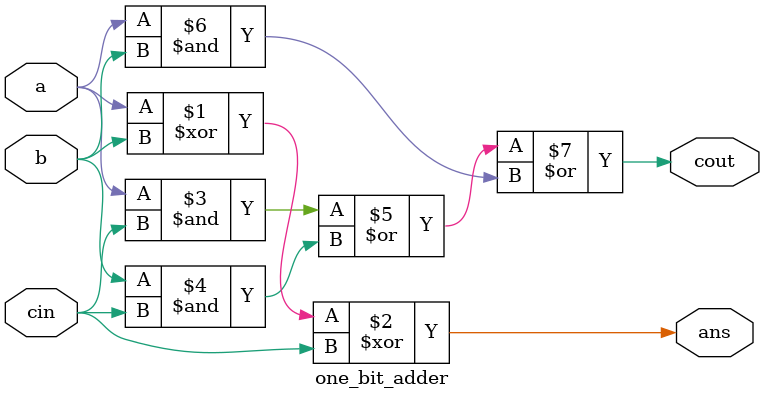
<source format=v>
module one_bit_adder(
        output cout,
        output ans,
        input a ,
        input b,
        input cin 
);
    //sum and cout logic in behavioural form
    assign ans  = a^b^cin;
    assign cout = (a&cin) | (b&cin) |(a&b) ;
    
endmodule
</source>
